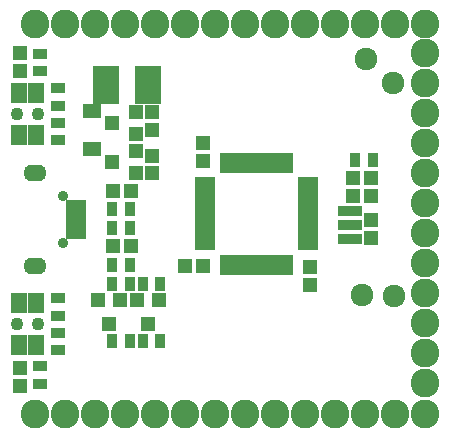
<source format=gbr>
G04 #@! TF.FileFunction,Soldermask,Top*
%FSLAX46Y46*%
G04 Gerber Fmt 4.6, Leading zero omitted, Abs format (unit mm)*
G04 Created by KiCad (PCBNEW 4.0.4-stable) date 2016 October 10, Monday 23:42:28*
%MOMM*%
%LPD*%
G01*
G04 APERTURE LIST*
%ADD10C,0.100000*%
%ADD11R,1.700000X0.650000*%
%ADD12R,0.650000X1.700000*%
%ADD13R,1.200100X1.200100*%
%ADD14C,1.924000*%
%ADD15R,1.750000X0.800000*%
%ADD16O,1.950000X1.400000*%
%ADD17C,0.900000*%
%ADD18R,1.150000X1.200000*%
%ADD19R,1.200000X1.150000*%
%ADD20R,2.178000X3.194000*%
%ADD21R,1.620000X1.310000*%
%ADD22R,1.197560X1.197560*%
%ADD23C,2.432000*%
%ADD24R,0.900000X1.300000*%
%ADD25R,1.300000X0.900000*%
%ADD26R,1.450000X1.800000*%
%ADD27C,1.100000*%
%ADD28R,2.000000X0.900000*%
G04 APERTURE END LIST*
D10*
D11*
X25622500Y-21355500D03*
X25622500Y-20855500D03*
X25622500Y-20355500D03*
X25622500Y-19855500D03*
X25622500Y-19355500D03*
X25622500Y-18855500D03*
X25622500Y-18355500D03*
X25622500Y-17855500D03*
X25622500Y-17355500D03*
X25622500Y-16855500D03*
X25622500Y-16355500D03*
X25622500Y-15855500D03*
D12*
X24022500Y-14255500D03*
X23522500Y-14255500D03*
X23022500Y-14255500D03*
X22522500Y-14255500D03*
X22022500Y-14255500D03*
X21522500Y-14255500D03*
X21022500Y-14255500D03*
X20522500Y-14255500D03*
X20022500Y-14255500D03*
X19522500Y-14255500D03*
X19022500Y-14255500D03*
X18522500Y-14255500D03*
D11*
X16922500Y-15855500D03*
X16922500Y-16355500D03*
X16922500Y-16855500D03*
X16922500Y-17355500D03*
X16922500Y-17855500D03*
X16922500Y-18355500D03*
X16922500Y-18855500D03*
X16922500Y-19355500D03*
X16922500Y-19855500D03*
X16922500Y-20355500D03*
X16922500Y-20855500D03*
X16922500Y-21355500D03*
D12*
X18522500Y-22955500D03*
X19022500Y-22955500D03*
X19522500Y-22955500D03*
X20022500Y-22955500D03*
X20522500Y-22955500D03*
X21022500Y-22955500D03*
X21522500Y-22955500D03*
X22022500Y-22955500D03*
X22522500Y-22955500D03*
X23022500Y-22955500D03*
X23522500Y-22955500D03*
X24022500Y-22955500D03*
D13*
X9713000Y-25923240D03*
X7813000Y-25923240D03*
X8763000Y-27922220D03*
D14*
X32893000Y-25527000D03*
D15*
X6007540Y-17749100D03*
X6007540Y-18399100D03*
X6007540Y-19049100D03*
X6007540Y-19699100D03*
X6007540Y-20349100D03*
D16*
X2540000Y-15113000D03*
X2540000Y-22987000D03*
D17*
X4845000Y-21050000D03*
X4845000Y-17050000D03*
D18*
X29400500Y-17069500D03*
X29400500Y-15569500D03*
X25781000Y-23126000D03*
X25781000Y-24626000D03*
D19*
X16752000Y-22987000D03*
X15252000Y-22987000D03*
D18*
X16764000Y-14085000D03*
X16764000Y-12585000D03*
D19*
X10656000Y-21336000D03*
X9156000Y-21336000D03*
X10656000Y-16637000D03*
X9156000Y-16637000D03*
D20*
X8509000Y-7683500D03*
X12065000Y-7683500D03*
D18*
X12382500Y-13664500D03*
X12382500Y-15164500D03*
X12382500Y-9981500D03*
X12382500Y-11481500D03*
X30924500Y-19125500D03*
X30924500Y-20625500D03*
X30924500Y-15569500D03*
X30924500Y-17069500D03*
D21*
X7366000Y-9858500D03*
X7366000Y-13128500D03*
D22*
X1270000Y-6464300D03*
X1270000Y-4965700D03*
X1270000Y-31635700D03*
X1270000Y-33134300D03*
D23*
X33020000Y-2540000D03*
X35560000Y-2540000D03*
X17780000Y-2540000D03*
X20320000Y-2540000D03*
X22860000Y-2540000D03*
X30480000Y-2540000D03*
X27940000Y-2540000D03*
X25400000Y-2540000D03*
X10160000Y-2540000D03*
X12700000Y-2540000D03*
X15240000Y-2540000D03*
X7620000Y-2540000D03*
X5080000Y-2540000D03*
X2540000Y-2540000D03*
X33020000Y-35560000D03*
X35560000Y-35560000D03*
X17780000Y-35560000D03*
X20320000Y-35560000D03*
X22860000Y-35560000D03*
X30480000Y-35560000D03*
X27940000Y-35560000D03*
X25400000Y-35560000D03*
X10160000Y-35560000D03*
X12700000Y-35560000D03*
X15240000Y-35560000D03*
X7620000Y-35560000D03*
X5080000Y-35560000D03*
X2540000Y-35560000D03*
X35560000Y-20256500D03*
X35560000Y-22796500D03*
X35560000Y-25336500D03*
X35560000Y-32956500D03*
X35560000Y-30416500D03*
X35560000Y-27876500D03*
X35560000Y-12636500D03*
X35560000Y-15176500D03*
X35560000Y-17716500D03*
X35560000Y-10096500D03*
X35560000Y-7556500D03*
X35560000Y-5016500D03*
D13*
X13015000Y-25923240D03*
X11115000Y-25923240D03*
X12065000Y-27922220D03*
D24*
X13132500Y-29337000D03*
X11632500Y-29337000D03*
X10529000Y-29337000D03*
X9029000Y-29337000D03*
X10529000Y-18224500D03*
X9029000Y-18224500D03*
X10529000Y-19812000D03*
X9029000Y-19812000D03*
X10529000Y-24511000D03*
X9029000Y-24511000D03*
X13132500Y-24511000D03*
X11632500Y-24511000D03*
X10529000Y-22923500D03*
X9029000Y-22923500D03*
X31103000Y-14033500D03*
X29603000Y-14033500D03*
D25*
X2921000Y-6528500D03*
X2921000Y-5028500D03*
X4445000Y-10870500D03*
X4445000Y-12370500D03*
X4445000Y-7949500D03*
X4445000Y-9449500D03*
X2921000Y-31508000D03*
X2921000Y-33008000D03*
X4445000Y-30150500D03*
X4445000Y-28650500D03*
X4445000Y-25729500D03*
X4445000Y-27229500D03*
D26*
X2630000Y-11960000D03*
X2630000Y-8360000D03*
X1180000Y-11960000D03*
X1180000Y-8360000D03*
D27*
X2805000Y-10160000D03*
X1005000Y-10160000D03*
D26*
X2630000Y-29740000D03*
X2630000Y-26140000D03*
X1180000Y-29740000D03*
X1180000Y-26140000D03*
D27*
X2805000Y-27940000D03*
X1005000Y-27940000D03*
D13*
X11033760Y-15174000D03*
X11033760Y-13274000D03*
X9034780Y-14224000D03*
X11033760Y-11872000D03*
X11033760Y-9972000D03*
X9034780Y-10922000D03*
D28*
X29146500Y-18358000D03*
X29146500Y-19558000D03*
X29146500Y-20758000D03*
D14*
X30543500Y-5461000D03*
X32829500Y-7556500D03*
X30226000Y-25463500D03*
M02*

</source>
